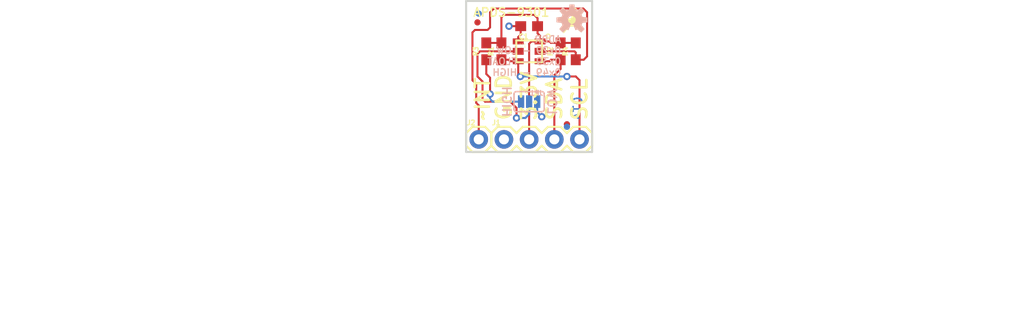
<source format=kicad_pcb>
(kicad_pcb (version 20211014) (generator pcbnew)
  (layers (0 "F.Cu" signal) (1 "In1.Cu" signal) (2 "In2.Cu" signal) (31 "B.Cu" signal) (34 "B.Paste" user) (35 "F.Paste" user) (36 "B.SilkS" user "B.Silkscreen") (37 "F.SilkS" user "F.Silkscreen") (38 "B.Mask" user) (39 "F.Mask" user) (44 "Edge.Cuts" user))
  (net 0 "")
  (net 1 "GND")
  (net 2 "VCC")
  (net 3 "N$1")
  (net 4 "ADDR")
  (net 5 "SCL")
  (net 6 "INT")
  (net 7 "SDA")
  (footprint "boardEagle:0603" (layer "F.Cu") (at 153.2001 102.4636 90)
    (fp_text reference "R4" (at 0 -0.762 90) (layer "F.SilkS") (effects (font (size 0.48768 0.48768) (thickness 0.12192)) (justify bottom)))
    (fp_text value "10k")
    (pad "1" smd rect (at -0.85 0 90) (size 1.1 1) (layers "F.Cu" "F.Paste" "F.Mask") (net 6 "INT"))
    (pad "2" smd rect (at 0.85 0 90) (size 1.1 1) (layers "F.Cu" "F.Paste" "F.Mask") (net 2 "VCC"))
  )
  (footprint "boardEagle:1X04" (layer "F.Cu") (at 145.9611 111.3536)
    (fp_text reference "J1" (at -1.27 -1.397) (layer "F.SilkS") (effects (font (size 0.48768 0.48768) (thickness 0.12192)) (justify left bottom)))
    (fp_text value "")
    (fp_line (start 3.175 1.27) (end 1.905 1.27) (layer "F.SilkS") (width 0.2032))
    (fp_line (start 6.35 0.635) (end 6.985 1.27) (layer "F.SilkS") (width 0.2032))
    (fp_line (start 8.255 1.27) (end 6.985 1.27) (layer "F.SilkS") (width 0.2032))
    (fp_line (start 6.985 -1.27) (end 8.255 -1.27) (layer "F.SilkS") (width 0.2032))
    (fp_line (start -1.27 -0.635) (end -1.27 0.635) (layer "F.SilkS") (width 0.2032))
    (fp_line (start 6.985 -1.27) (end 6.35 -0.635) (layer "F.SilkS") (width 0.2032))
    (fp_line (start 3.81 -0.635) (end 4.445 -1.27) (layer "F.SilkS") (width 0.2032))
    (fp_line (start 4.445 1.27) (end 3.81 0.635) (layer "F.SilkS") (width 0.2032))
    (fp_line (start -0.635 -1.27) (end -1.27 -0.635) (layer "F.SilkS") (width 0.2032))
    (fp_line (start 3.81 0.635) (end 3.175 1.27) (layer "F.SilkS") (width 0.2032))
    (fp_line (start 1.27 0.635) (end 0.635 1.27) (layer "F.SilkS") (width 0.2032))
    (fp_line (start 1.905 -1.27) (end 3.175 -1.27) (layer "F.SilkS") (width 0.2032))
    (fp_line (start 4.445 -1.27) (end 5.715 -1.27) (layer "F.SilkS") (width 0.2032))
    (fp_line (start 1.905 1.27) (end 1.27 0.635) (layer "F.SilkS") (width 0.2032))
    (fp_line (start 0.635 -1.27) (end 1.27 -0.635) (layer "F.SilkS") (width 0.2032))
    (fp_line (start -1.27 0.635) (end -0.635 1.27) (layer "F.SilkS") (width 0.2032))
    (fp_line (start 6.35 0.635) (end 5.715 1.27) (layer "F.SilkS") (width 0.2032))
    (fp_line (start 1.27 -0.635) (end 1.905 -1.27) (layer "F.SilkS") (width 0.2032))
    (fp_line (start 5.715 -1.27) (end 6.35 -0.635) (layer "F.SilkS") (width 0.2032))
    (fp_line (start 8.89 0.635) (end 8.255 1.27) (layer "F.SilkS") (width 0.2032))
    (fp_line (start -0.635 -1.27) (end 0.635 -1.27) (layer "F.SilkS") (width 0.2032))
    (fp_line (start 8.255 -1.27) (end 8.89 -0.635) (layer "F.SilkS") (width 0.2032))
    (fp_line (start 8.89 -0.635) (end 8.89 0.635) (layer "F.SilkS") (width 0.2032))
    (fp_line (start 0.635 1.27) (end -0.635 1.27) (layer "F.SilkS") (width 0.2032))
    (fp_line (start 3.175 -1.27) (end 3.81 -0.635) (layer "F.SilkS") (width 0.2032))
    (fp_line (start 5.715 1.27) (end 4.445 1.27) (layer "F.SilkS") (width 0.2032))
    (pad "1" thru_hole circle (at 0 0 90) (size 1.8796 1.8796) (drill 1.016) (layers *.Cu *.Mask) (net 1 "GND"))
    (pad "2" thru_hole circle (at 2.54 0 90) (size 1.8796 1.8796) (drill 1.016) (layers *.Cu *.Mask) (net 2 "VCC"))
    (pad "3" thru_hole circle (at 5.08 0 90) (size 1.8796 1.8796) (drill 1.016) (layers *.Cu *.Mask) (net 7 "SDA"))
    (pad "4" thru_hole circle (at 7.62 0 90) (size 1.8796 1.8796) (drill 1.016) (layers *.Cu *.Mask) (net 5 "SCL"))
  )
  (footprint "boardEagle:SFE_LOGO_FLAME_.1" (layer "F.Cu") (at 151.6761 100.9396)
    (fp_text reference "LOGO1" hide)
    (fp_text value "SFE_LOGO_FLAME.1_INCH" hide)
    (fp_poly (pts (xy 1.412844 -2.906175) (xy 1.560112 -2.832541) (xy 1.605026 -2.798855) (xy 1.681982 -2.7219) (xy 1.571006 -2.7219) (xy 1.551005 -2.7319) (xy 1.504689 -2.7319) (xy 1.468361 -2.722818) (xy 1.422477 -2.713641) (xy 1.39011 -2.697457) (xy 1.358081 -2.673436) (xy 1.343019 -2.650843) (xy 1.335288 -2.635381) (xy 1.3281 -2.613817) (xy 1.3281 -2.564689) (xy 1.335361 -2.535643) (xy 1.369607 -2.484275) (xy 1.425028 -2.428854) (xy 1.462016 -2.401113) (xy 1.489157 -2.383019) (xy 1.523301 -2.365947) (xy 1.594689 -2.3481) (xy 1.613817 -2.3481) (xy 1.629419 -2.353301) (xy 1.648687 -2.372569) (xy 1.654712 -2.384619) (xy 1.6619 -2.406183) (xy 1.6619 -2.558742) (xy 1.804838 -2.469406) (xy 1.890505 -2.373031) (xy 1.964662 -2.256498) (xy 2.016968 -2.099579) (xy 2.048309 -1.932428) (xy 2.037811 -1.753974) (xy 1.985628 -1.555678) (xy 1.881878 -1.368928) (xy 1.808618 -1.274737) (xy 1.726044 -1.192162) (xy 1.642524 -1.119083) (xy 1.536984 -1.055759) (xy 1.432127 -1.013816) (xy 1.318165 -0.982735) (xy 1.193153 -0.9619) (xy 1.003156 -0.9619) (xy 0.953397 -0.953607) (xy 0.863627 -0.899745) (xy 0.767974 -0.804092) (xy 0.647975 -0.664094) (xy 0.528159 -0.544277) (xy 0.478163 -0.484281) (xy 0.430255 -0.436373) (xy 0.400257 -0.386376) (xy 0.2819 -0.268018) (xy 0.2819 -1.732372) (xy 0.292559 -1.817641) (xy 0.314746 -1.895296) (xy 0.380852 -2.005474) (xy 0.436664 -2.050123) (xy 0.481171 -2.083503) (xy 0.539098 -2.106674) (xy 0.59313 -2.117481) (xy 0.656847 -2.1281) (xy 0.788994 -2.1281) (xy 0.884319 -2.080438) (xy 0.832569 -2.028687) (xy 0.784617 -2.004711) (xy 0.760581 -1.996699) (xy 0.713301 -1.949419) (xy 0.7081 -1.933817) (xy 0.7081 -1.906183) (xy 0.714532 -1.886888) (xy 0.729607 -1.864275) (xy 0.781412 -1.81247) (xy 0.820903 -1.796674) (xy 0.863772 -1.7881) (xy 0.935311 -1.7881) (xy 1.004357 -1.805361) (xy 1.053944 -1.83842) (xy 1.086004 -1.878495) (xy 1.1019 -1.926183) (xy 1.1019 -1.983091) (xy 1.077224 -2.048894) (xy 1.012268 -2.113851) (xy 0.931425 -2.204799) (xy 0.858661 -2.287958) (xy 0.804008 -2.386334) (xy 0.7819 -2.485818) (xy 0.7819 -2.576183) (xy 0.815289 -2.676349) (xy 0.871274 -2.765925) (xy 0.969046 -2.84197) (xy 1.087145 -2.906387) (xy 1.206565 -2.9281) (xy 1.314182 -2.9281)) (layer "F.SilkS") (width 0) (fill solid))
  )
  (footprint "boardEagle:0603" (layer "F.Cu") (at 151.6761 102.4636 90)
    (fp_text reference "R2" (at 0 -0.762 90) (layer "F.SilkS") (effects (font (size 0.48768 0.48768) (thickness 0.12192)) (justify bottom)))
    (fp_text value "4.7k")
    (pad "1" smd rect (at -0.85 0 90) (size 1.1 1) (layers "F.Cu" "F.Paste" "F.Mask") (net 7 "SDA"))
    (pad "2" smd rect (at 0.85 0 90) (size 1.1 1) (layers "F.Cu" "F.Paste" "F.Mask") (net 2 "VCC"))
  )
  (footprint "boardEagle:0603" (layer "F.Cu") (at 144.1831 102.4636 90)
    (fp_text reference "R3" (at 0 -0.762 90) (layer "F.SilkS") (effects (font (size 0.48768 0.48768) (thickness 0.12192)) (justify bottom)))
    (fp_text value "10k")
    (pad "1" smd rect (at -0.85 0 90) (size 1.1 1) (layers "F.Cu" "F.Paste" "F.Mask") (net 3 "N$1"))
    (pad "2" smd rect (at 0.85 0 90) (size 1.1 1) (layers "F.Cu" "F.Paste" "F.Mask") (net 2 "VCC"))
  )
  (footprint "boardEagle:CREATIVE_COMMONS" (layer "F.Cu") (at 115.4811 129.1336)
    (fp_text reference "FRAME1" hide)
    (fp_text value "FRAME-LETTER" hide)
  )
  (footprint "boardEagle:CHIPLED-6" (layer "F.Cu") (at 148.5011 102.4636)
    (fp_text reference "U1" (at -1.016 -0.381) (layer "F.SilkS") (effects (font (size 0.373888 0.373888) (thickness 0.032512)) (justify left bottom)))
    (fp_text value "APDS-9301")
    (fp_line (start -1.3 -1.1) (end 1.3 -1.1) (layer "F.SilkS") (width 0.2032))
    (fp_line (start -1.3 -1.1) (end -1.3 1.1) (layer "F.SilkS") (width 0.2032))
    (fp_line (start 1.3 -1.1) (end 1.3 1.1) (layer "F.SilkS") (width 0.2032))
    (fp_line (start -1.3 1.1) (end 1.3 1.1) (layer "F.SilkS") (width 0.2032))
    (fp_circle (center 1.91 -1.54) (end 2.11 -1.54) (layer "F.SilkS") (width 0.127) (fill none))
    (pad "P1" smd rect (at 1.1 -1) (size 1.1 0.6) (layers "F.Cu" "F.Paste" "F.Mask") (net 2 "VCC"))
    (pad "P2" smd rect (at -1.1 -1) (size 1.1 0.6) (layers "F.Cu" "F.Paste" "F.Mask") (net 1 "GND"))
    (pad "P3" smd rect (at -1.1 0) (size 1.1 0.7) (layers "F.Cu" "F.Paste" "F.Mask") (net 4 "ADDR"))
    (pad "P4" smd rect (at -1.1 1) (size 1.1 0.6) (layers "F.Cu" "F.Paste" "F.Mask") (net 5 "SCL"))
    (pad "P5" smd rect (at 1.1 1) (size 1.1 0.6) (layers "F.Cu" "F.Paste" "F.Mask") (net 7 "SDA"))
    (pad "P6" smd rect (at 1.1 0) (size 1.1 0.7) (layers "F.Cu" "F.Paste" "F.Mask") (net 6 "INT"))
  )
  (footprint "boardEagle:0603" (layer "F.Cu") (at 145.7071 102.4636 90)
    (fp_text reference "R1" (at 0 -0.762 90) (layer "F.SilkS") (effects (font (size 0.48768 0.48768) (thickness 0.12192)) (justify bottom)))
    (fp_text value "4.7k")
    (pad "1" smd rect (at -0.85 0 90) (size 1.1 1) (layers "F.Cu" "F.Paste" "F.Mask") (net 5 "SCL"))
    (pad "2" smd rect (at 0.85 0 90) (size 1.1 1) (layers "F.Cu" "F.Paste" "F.Mask") (net 2 "VCC"))
  )
  (footprint "boardEagle:0603" (layer "F.Cu") (at 148.5011 99.9236 180)
    (fp_text reference "C1" (at 0 -0.762 180) (layer "F.SilkS") (effects (font (size 0.48768 0.48768) (thickness 0.12192)) (justify right top)))
    (fp_text value "0.1uF")
    (pad "1" smd rect (at -0.85 0 180) (size 1.1 1) (layers "F.Cu" "F.Paste" "F.Mask") (net 2 "VCC"))
    (pad "2" smd rect (at 0.85 0 180) (size 1.1 1) (layers "F.Cu" "F.Paste" "F.Mask") (net 1 "GND"))
  )
  (footprint "boardEagle:FIDUCIAL-MICRO" (layer "F.Cu") (at 152.3111 109.8296)
    (fp_text reference "FD2" hide)
    (fp_text value "FIDUCIALUFIDUCIAL" hide)
    (pad "1" smd roundrect (at 0 0) (size 0.635 0.635) (layers "F.Cu" "F.Mask") (roundrect_rratio 0.5))
  )
  (footprint "boardEagle:1X01" (layer "F.Cu") (at 143.4211 111.3536)
    (fp_text reference "J2" (at -1.27 -1.397) (layer "F.SilkS") (effects (font (size 0.48768 0.48768) (thickness 0.12192)) (justify left bottom)))
    (fp_text value "")
    (fp_line (start -1.27 0.635) (end -0.635 1.27) (layer "F.SilkS") (width 0.2032))
    (fp_line (start -0.635 -1.27) (end -1.27 -0.635) (layer "F.SilkS") (width 0.2032))
    (fp_line (start 0.635 1.27) (end 1.27 0.635) (layer "F.SilkS") (width 0.2032))
    (fp_line (start 0.635 -1.27) (end -0.635 -1.27) (layer "F.SilkS") (width 0.2032))
    (fp_line (start 1.27 0.635) (end 1.27 -0.635) (layer "F.SilkS") (width 0.2032))
    (fp_line (start 1.27 -0.635) (end 0.635 -1.27) (layer "F.SilkS") (width 0.2032))
    (fp_line (start -1.27 -0.635) (end -1.27 0.635) (layer "F.SilkS") (width 0.2032))
    (fp_line (start -0.635 1.27) (end 0.635 1.27) (layer "F.SilkS") (width 0.2032))
    (pad "1" thru_hole circle (at 0 0 90) (size 1.8796 1.8796) (drill 1.016) (layers *.Cu *.Mask) (net 6 "INT"))
  )
  (footprint "boardEagle:FIDUCIAL-MICRO" (layer "F.Cu") (at 143.2941 99.5426)
    (fp_text reference "FD1" hide)
    (fp_text value "FIDUCIALUFIDUCIAL" hide)
    (pad "1" smd roundrect (at 0 0) (size 0.635 0.635) (layers "F.Cu" "F.Mask") (roundrect_rratio 0.5))
  )
  (footprint "boardEagle:OSHW-LOGO-S" (layer "B.Cu") (at 152.8191 99.2886 180)
    (fp_text reference "LOGO2" hide)
    (fp_text value "OSHW-LOGOS" hide)
    (fp_poly (pts (xy 0.301647 1.061351) (xy 0.42347 1.022344) (xy 0.537177 0.963769) (xy 0.92862 1.282946) (xy 1.282946 0.92862) (xy 0.961035 0.533823) (xy 1.057046 0.302084) (xy 1.5638 0.250561) (xy 1.5638 -0.250561) (xy 1.057046 -0.302084) (xy 0.961035 -0.533823) (xy 1.282946 -0.92862) (xy 0.92862 -1.282946) (xy 0.537177 -0.96377) (xy 0.356601 -1.056794) (xy 0.088679 -0.410073) (xy 0.326262 -0.2176) (xy 0.373649 -0.121468) (xy 0.392729 -0.010339) (xy 0.379464 0.101634) (xy 0.334947 0.205229) (xy 0.262842 0.291918) (xy 0.169087 0.354561) (xy 0.061406 0.387999) (xy -0.051342 0.38948) (xy -0.159868 0.358881) (xy -0.255234 0.298724) (xy -0.329589 0.213962) (xy -0.376813 0.111569) (xy -0.392176 0.005767) (xy -0.322923 -0.222565) (xy -0.249312 -0.303773) (xy 0.091677 -0.5081) (xy -0.12929 -0.5081) (xy -0.355332 -1.053732) (xy -0.506597 -0.983577) (xy -0.538922 -0.965192) (xy -0.92862 -1.282946) (xy -1.282946 -0.92862) (xy -0.961035 -0.533823) (xy -1.057046 -0.302084) (xy -1.5638 -0.250561) (xy -1.5638 0.250561) (xy -1.057046 0.302084) (xy -0.961035 0.533823) (xy -1.282946 0.92862) (xy -0.92862 1.282946) (xy -0.533823 0.961035) (xy -0.302084 1.057046) (xy -0.250561 1.5638) (xy 0.250561 1.5638)) (layer "B.SilkS") (width 0) (fill solid))
  )
  (footprint "boardEagle:FIDUCIAL-MICRO" (layer "B.Cu") (at 152.3111 110.0836 180)
    (fp_text reference "FD4" hide)
    (fp_text value "FIDUCIALUFIDUCIAL" hide)
    (pad "1" smd roundrect (at 0 0 180) (size 0.635 0.635) (layers "B.Cu" "B.Mask") (roundrect_rratio 0.5))
  )
  (footprint "boardEagle:SMT-JUMPER_3_NO_SILK" (layer "B.Cu") (at 148.5011 107.5436 180)
    (fp_text reference "JP1" (at 0 1.143) (layer "B.SilkS") (effects (font (size 0.48768 0.48768) (thickness 0.12192)) (justify right top mirror)))
    (fp_text value "JUMPER-SMT_3_NO_SILK")
    (fp_line (start -1.524 -0.762) (end -1.524 0.762) (layer "B.SilkS") (width 0.1524))
    (fp_line (start 1.524 -0.762) (end 1.524 0.762) (layer "B.SilkS") (width 0.1524))
    (fp_line (start 1.27 -1.016) (end -1.27 -1.016) (layer "B.SilkS") (width 0.1524))
    (fp_line (start -1.27 1.016) (end 1.27 1.016) (layer "B.SilkS") (width 0.1524))
    (fp_arc (start 1.27 -1.016) (mid 1.449605 -0.941605) (end 1.524 -0.762) (layer "B.SilkS") (width 0.1524))
    (fp_arc (start -1.27 1.016) (mid -1.449605 0.941605) (end -1.524 0.762) (layer "B.SilkS") (width 0.1524))
    (fp_arc (start -1.524 -0.762) (mid -1.449605 -0.941605) (end -1.27 -1.016) (layer "B.SilkS") (width 0.1524))
    (fp_arc (start 1.524 0.762) (mid 1.449605 0.941605) (end 1.27 1.016) (layer "B.SilkS") (width 0.1524))
    (pad "1" smd rect (at -0.8128 0 180) (size 0.635 1.27) (layers "B.Cu" "B.Mask") (net 1 "GND"))
    (pad "2" smd rect (at 0 0 180) (size 0.635 1.27) (layers "B.Cu" "B.Mask") (net 4 "ADDR"))
    (pad "3" smd rect (at 0.8128 0 180) (size 0.635 1.27) (layers "B.Cu" "B.Mask") (net 3 "N$1"))
  )
  (footprint "boardEagle:FIDUCIAL-MICRO" (layer "B.Cu") (at 143.4211 98.6536 180)
    (fp_text reference "FD3" hide)
    (fp_text value "FIDUCIALUFIDUCIAL" hide)
    (pad "1" smd roundrect (at 0 0 180) (size 0.635 0.635) (layers "B.Cu" "B.Mask") (roundrect_rratio 0.5))
  )
  (gr_line (start 142.1511 112.6236) (end 154.8511 112.6236) (layer "Edge.Cuts") (width 0.2032))
  (gr_line (start 142.1511 97.3836) (end 142.1511 112.6236) (layer "Edge.Cuts") (width 0.2032))
  (gr_line (start 154.8511 97.3836) (end 142.1511 97.3836) (layer "Edge.Cuts") (width 0.2032))
  (gr_line (start 154.8511 112.6236) (end 154.8511 97.3836) (layer "Edge.Cuts") (width 0.2032))
  (gr_text "v10" (at 152.8191 109.4486 -90) (layer "B.Cu") (effects (font (size 0.8636 0.8636) (thickness 0.1524)) (justify left bottom mirror)))
  (gr_text "LOW" (at 150.7871 107.5436 -90) (layer "B.SilkS") (effects (font (size 0.8636 0.8636) (thickness 0.1524)) (justify mirror)))
  (gr_text "HIGH" (at 146.2151 107.5436 -90) (layer "B.SilkS") (effects (font (size 0.8636 0.8636) (thickness 0.1524)) (justify mirror)))
  (gr_text "ADDR\n0x29 - LOW\n0x39 - FLOAT\n0x49 - HIGH" (at 151.8031 105.0036) (layer "B.SilkS") (effects (font (size 0.69088 0.69088) (thickness 0.12192)) (justify left bottom mirror)))
  (gr_text "3.3V" (at 148.5011 109.5756 90) (layer "F.SilkS") (effects (font (size 1.5113 1.5113) (thickness 0.2667)) (justify left)))
  (gr_text "APDS-9301" (at 142.7861 98.5266) (layer "F.SilkS") (effects (font (size 0.8636 0.8636) (thickness 0.1524)) (justify left)))
  (gr_text "~INT" (at 143.8021 109.5756 90) (layer "F.SilkS") (effects (font (size 1.42494 1.42494) (thickness 0.25146)) (justify left)))
  (gr_text "GND" (at 145.9611 109.5756 90) (layer "F.SilkS") (effects (font (size 1.5113 1.5113) (thickness 0.2667)) (justify left)))
  (gr_text "SCL" (at 153.5811 109.5756 90) (layer "F.SilkS") (effects (font (size 1.5113 1.5113) (thickness 0.2667)) (justify left)))
  (gr_text "SDA" (at 151.0411 109.5756 90) (layer "F.SilkS") (effects (font (size 1.5113 1.5113) (thickness 0.2667)) (justify left)))
  (segment (start 147.4011 101.4636) (end 147.4011 101.0236) (width 0.2032) (layer "F.Cu") (net 1))
  (segment (start 147.4011 101.0236) (end 147.6511 100.7736) (width 0.2032) (layer "F.Cu") (net 1))
  (segment (start 147.6511 99.9236) (end 147.6511 100.7736) (width 0.2032) (layer "F.Cu") (net 1))
  (segment (start 147.6511 99.9236) (end 146.4691 99.9236) (width 0.2032) (layer "F.Cu") (net 1))
  (via (at 146.4691 99.9236) (size 0.7366) (drill 0.381) (layers "F.Cu" "B.Cu") (net 1))
  (via (at 149.7711 109.0676) (size 0.7366) (drill 0.381) (layers "F.Cu" "B.Cu") (net 1))
  (segment (start 149.3139 108.6104) (end 149.7711 109.0676) (width 0.2032) (layer "B.Cu") (net 1))
  (segment (start 149.3139 107.5436) (end 149.3139 108.6104) (width 0.2032) (layer "B.Cu") (net 1))
  (segment (start 150.5491 101.4636) (end 150.6991 101.6136) (width 0.2032) (layer "F.Cu") (net 2))
  (segment (start 149.6011 101.4636) (end 150.5491 101.4636) (width 0.2032) (layer "F.Cu") (net 2))
  (segment (start 144.1831 101.6136) (end 145.7071 101.6136) (width 0.2032) (layer "F.Cu") (net 2))
  (segment (start 149.6011 101.4636) (end 149.6011 100.8966) (width 0.2032) (layer "F.Cu") (net 2))
  (segment (start 148.5011 111.3536) (end 148.5011 101.7016) (width 0.2032) (layer "F.Cu") (net 2))
  (segment (start 149.0091 98.7806) (end 149.3511 99.1226) (width 0.2032) (layer "F.Cu") (net 2))
  (segment (start 145.7071 101.6136) (end 145.7071 99.0346) (width 0.2032) (layer "F.Cu") (net 2))
  (segment (start 149.3511 99.9236) (end 149.3511 99.1226) (width 0.2032) (layer "F.Cu") (net 2))
  (segment (start 149.3511 100.6466) (end 149.6011 100.8966) (width 0.2032) (layer "F.Cu") (net 2))
  (segment (start 145.7071 99.0346) (end 145.9611 98.7806) (width 0.2032) (layer "F.Cu") (net 2))
  (segment (start 148.7391 101.4636) (end 148.5011 101.7016) (width 0.2032) (layer "F.Cu") (net 2))
  (segment (start 149.3511 99.9236) (end 149.3511 100.6466) (width 0.2032) (layer "F.Cu") (net 2))
  (segment (start 149.6011 101.4636) (end 148.7391 101.4636) (width 0.2032) (layer "F.Cu") (net 2))
  (segment (start 151.6761 101.6136) (end 150.6991 101.6136) (width 0.2032) (layer "F.Cu") (net 2))
  (segment (start 151.6761 101.6136) (end 153.2001 101.6136) (width 0.2032) (layer "F.Cu") (net 2))
  (segment (start 145.9611 98.7806) (end 149.0091 98.7806) (width 0.2032) (layer "F.Cu") (net 2))
  (segment (start 144.1831 104.7496) (end 144.5641 105.1306) (width 0.2032) (layer "F.Cu") (net 3))
  (segment (start 144.1831 103.3136) (end 144.1831 104.7496) (width 0.2032) (layer "F.Cu") (net 3))
  (segment (start 144.5641 105.1306) (end 144.5641 106.7816) (width 0.2032) (layer "F.Cu") (net 3))
  (via (at 144.5641 106.7816) (size 0.7366) (drill 0.381) (layers "F.Cu" "B.Cu") (net 3))
  (segment (start 144.8181 107.5436) (end 147.6883 107.5436) (width 0.2032) (layer "B.Cu") (net 3))
  (segment (start 144.5641 106.7816) (end 144.5641 107.2896) (width 0.2032) (layer "B.Cu") (net 3))
  (segment (start 144.5641 107.2896) (end 144.8181 107.5436) (width 0.2032) (layer "B.Cu") (net 3))
  (segment (start 143.2941 105.0036) (end 143.2941 102.7176) (width 0.2032) (layer "F.Cu") (net 4))
  (segment (start 143.8021 105.5116) (end 143.2941 105.0036) (width 0.2032) (layer "F.Cu") (net 4))
  (segment (start 147.2311 108.1786) (end 147.2311 109.1946) (width 0.2032) (layer "F.Cu") (net 4))
  (segment (start 144.0561 107.5436) (end 146.5961 107.5436) (width 0.2032) (layer "F.Cu") (net 4))
  (segment (start 143.2941 102.7176) (end 143.5481 102.4636) (width 0.2032) (layer "F.Cu") (net 4))
  (segment (start 144.0561 107.5436) (end 143.8021 107.2896) (width 0.2032) (layer "F.Cu") (net 4))
  (segment (start 146.5961 107.5436) (end 147.2311 108.1786) (width 0.2032) (layer "F.Cu") (net 4))
  (segment (start 143.5481 102.4636) (end 147.4011 102.4636) (width 0.2032) (layer "F.Cu") (net 4))
  (segment (start 143.8021 107.2896) (end 143.8021 105.5116) (width 0.2032) (layer "F.Cu") (net 4))
  (via (at 147.2311 109.1946) (size 0.7366) (drill 0.381) (layers "F.Cu" "B.Cu") (net 4))
  (segment (start 148.1201 109.1946) (end 148.5011 108.8136) (width 0.2032) (layer "B.Cu") (net 4))
  (segment (start 147.2311 109.1946) (end 148.1201 109.1946) (width 0.2032) (layer "B.Cu") (net 4))
  (segment (start 148.5011 108.8136) (end 148.5011 107.5436) (width 0.2032) (layer "B.Cu") (net 4))
  (segment (start 147.4011 103.4636) (end 147.4011 104.7926) (width 0.2032) (layer "F.Cu") (net 5))
  (segment (start 147.4011 103.4636) (end 146.5801 103.4636) (width 0.2032) (layer "F.Cu") (net 5))
  (segment (start 153.2001 105.0036) (end 153.5811 105.3846) (width 0.2032) (layer "F.Cu") (net 5))
  (segment (start 146.5801 103.4636) (end 146.4301 103.3136) (width 0.2032) (layer "F.Cu") (net 5))
  (segment (start 147.4011 104.7926) (end 147.6121 105.0036) (width 0.2032) (layer "F.Cu") (net 5))
  (segment (start 152.3111 105.0036) (end 153.2001 105.0036) (width 0.2032) (layer "F.Cu") (net 5))
  (segment (start 145.7071 103.3136) (end 146.4301 103.3136) (width 0.2032) (layer "F.Cu") (net 5))
  (segment (start 153.5811 105.3846) (end 153.5811 111.3536) (width 0.2032) (layer "F.Cu") (net 5))
  (via (at 147.6121 105.0036) (size 0.7366) (drill 0.381) (layers "F.Cu" "B.Cu") (net 5))
  (via (at 152.3111 105.0036) (size 0.7366) (drill 0.381) (layers "F.Cu" "B.Cu") (net 5))
  (segment (start 147.6121 105.0036) (end 152.3111 105.0036) (width 0.2032) (layer "B.Cu") (net 5))
  (segment (start 149.6011 102.4636) (end 153.0731 102.4636) (width 0.2032) (layer "F.Cu") (net 6))
  (segment (start 142.7861 100.5586) (end 143.0401 100.3046) (width 0.2032) (layer "F.Cu") (net 6))
  (segment (start 143.4211 111.3536) (end 143.4211 107.9246) (width 0.2032) (layer "F.Cu") (net 6))
  (segment (start 154.3431 98.5266) (end 154.3431 102.9716) (width 0.2032) (layer "F.Cu") (net 6))
  (segment (start 154.3431 102.9716) (end 154.0011 103.3136) (width 0.2032) (layer "F.Cu") (net 6))
  (segment (start 143.0401 100.3046) (end 144.3101 100.3046) (width 0.2032) (layer "F.Cu") (net 6))
  (segment (start 144.5641 98.5266) (end 144.9451 98.1456) (width 0.2032) (layer "F.Cu") (net 6))
  (segment (start 153.2001 102.5906) (end 153.2001 103.3136) (width 0.2032) (layer "F.Cu") (net 6))
  (segment (start 142.7861 105.3846) (end 142.7861 100.5586) (width 0.2032) (layer "F.Cu") (net 6))
  (segment (start 143.1671 105.7656) (end 142.7861 105.3846) (width 0.2032) (layer "F.Cu") (net 6))
  (segment (start 153.0731 102.4636) (end 153.2001 102.5906) (width 0.2032) (layer "F.Cu") (net 6))
  (segment (start 153.9621 98.1456) (end 154.3431 98.5266) (width 0.2032) (layer "F.Cu") (net 6))
  (segment (start 143.1671 107.6706) (end 143.1671 105.7656) (width 0.2032) (layer "F.Cu") (net 6))
  (segment (start 144.9451 98.1456) (end 153.9621 98.1456) (width 0.2032) (layer "F.Cu") (net 6))
  (segment (start 153.2001 103.3136) (end 154.0011 103.3136) (width 0.2032) (layer "F.Cu") (net 6))
  (segment (start 143.4211 107.9246) (end 143.1671 107.6706) (width 0.2032) (layer "F.Cu") (net 6))
  (segment (start 144.3101 100.3046) (end 144.5641 100.0506) (width 0.2032) (layer "F.Cu") (net 6))
  (segment (start 144.5641 100.0506) (end 144.5641 98.5266) (width 0.2032) (layer "F.Cu") (net 6))
  (segment (start 151.0411 104.8766) (end 151.6761 104.2416) (width 0.2032) (layer "F.Cu") (net 7))
  (segment (start 151.6761 104.2416) (end 151.6761 103.3136) (width 0.2032) (layer "F.Cu") (net 7))
  (segment (start 151.6761 103.3136) (end 150.6991 103.3136) (width 0.2032) (layer "F.Cu") (net 7))
  (segment (start 149.6011 103.4636) (end 150.5491 103.4636) (width 0.2032) (layer "F.Cu") (net 7))
  (segment (start 150.5491 103.4636) (end 150.6991 103.3136) (width 0.2032) (layer "F.Cu") (net 7))
  (segment (start 151.0411 111.3536) (end 151.0411 104.8766) (width 0.2032) (layer "F.Cu") (net 7))
)
</source>
